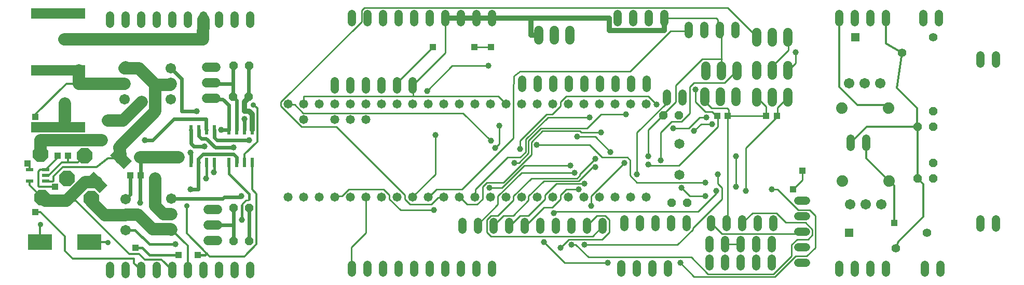
<source format=gbl>
G75*
%MOIN*%
%OFA0B0*%
%FSLAX25Y25*%
%IPPOS*%
%LPD*%
%AMOC8*
5,1,8,0,0,1.08239X$1,22.5*
%
%ADD10OC8,0.05200*%
%ADD11C,0.06000*%
%ADD12OC8,0.10000*%
%ADD13C,0.05800*%
%ADD14C,0.06750*%
%ADD15R,0.02100X0.06300*%
%ADD16C,0.06500*%
%ADD17C,0.05200*%
%ADD18R,0.15748X0.09843*%
%ADD19R,0.35000X0.07000*%
%ADD20R,0.05543X0.05543*%
%ADD21C,0.05543*%
%ADD22C,0.07400*%
%ADD23R,0.03937X0.04331*%
%ADD24R,0.07087X0.12598*%
%ADD25R,0.04724X0.02362*%
%ADD26C,0.02400*%
%ADD27C,0.03962*%
%ADD28C,0.01000*%
%ADD29C,0.01575*%
%ADD30C,0.03200*%
%ADD31C,0.03187*%
%ADD32C,0.00984*%
%ADD33R,0.03962X0.03962*%
%ADD34C,0.05000*%
%ADD35C,0.07874*%
%ADD36C,0.01200*%
%ADD37C,0.03569*%
%ADD38C,0.04000*%
%ADD39C,0.01600*%
D10*
X0251967Y0149681D03*
X0261967Y0149681D03*
X0261967Y0171020D03*
X0251967Y0171020D03*
X0251573Y0242634D03*
X0261573Y0242634D03*
X0261967Y0262594D03*
X0251967Y0262594D03*
X0528089Y0230665D03*
X0538089Y0230665D03*
X0533148Y0174209D03*
X0543148Y0174209D03*
X0691396Y0189799D03*
X0701396Y0189799D03*
X0701396Y0199799D03*
X0701396Y0223264D03*
X0691396Y0223264D03*
X0701396Y0233264D03*
D11*
X0607974Y0239366D02*
X0607974Y0245366D01*
X0597974Y0245366D02*
X0597974Y0239366D01*
X0587974Y0239366D02*
X0587974Y0245366D01*
X0574510Y0245681D02*
X0574510Y0239681D01*
X0564510Y0239681D02*
X0564510Y0245681D01*
X0554510Y0245681D02*
X0554510Y0239681D01*
X0555297Y0256374D02*
X0555297Y0262374D01*
X0565297Y0262374D02*
X0565297Y0256374D01*
X0575297Y0256374D02*
X0575297Y0262374D01*
X0587974Y0262453D02*
X0587974Y0256453D01*
X0597974Y0256453D02*
X0597974Y0262453D01*
X0607974Y0262453D02*
X0607974Y0256453D01*
X0608100Y0277835D02*
X0608100Y0283835D01*
X0598100Y0283835D02*
X0598100Y0277835D01*
X0588100Y0277835D02*
X0588100Y0283835D01*
X0468112Y0285382D02*
X0468112Y0279382D01*
X0458112Y0279382D02*
X0458112Y0285382D01*
X0448112Y0285382D02*
X0448112Y0279382D01*
X0240793Y0261650D02*
X0234793Y0261650D01*
X0234793Y0251650D02*
X0240793Y0251650D01*
X0240793Y0241650D02*
X0234793Y0241650D01*
X0235581Y0169988D02*
X0241581Y0169988D01*
X0241581Y0159988D02*
X0235581Y0159988D01*
X0235581Y0149988D02*
X0241581Y0149988D01*
D12*
X0160510Y0176807D03*
X0145116Y0189878D03*
X0129014Y0177516D03*
X0128069Y0205665D03*
X0156415Y0204484D03*
D13*
X0287100Y0177862D03*
X0297100Y0177862D03*
X0307100Y0177862D03*
X0317100Y0177862D03*
X0327100Y0177862D03*
X0337100Y0177862D03*
X0347100Y0177862D03*
X0357100Y0177862D03*
X0367100Y0177862D03*
X0377100Y0177862D03*
X0387100Y0177862D03*
X0397100Y0177862D03*
X0407100Y0177862D03*
X0417100Y0177862D03*
X0427100Y0177862D03*
X0437100Y0177862D03*
X0447100Y0177862D03*
X0457100Y0177862D03*
X0467100Y0177862D03*
X0477100Y0177862D03*
X0487100Y0177862D03*
X0497100Y0177862D03*
X0507100Y0177862D03*
X0517100Y0177862D03*
X0517100Y0237862D03*
X0507100Y0237862D03*
X0497100Y0237862D03*
X0487100Y0237862D03*
X0477100Y0237862D03*
X0467100Y0237862D03*
X0457100Y0237862D03*
X0447100Y0237862D03*
X0437100Y0237862D03*
X0427100Y0237862D03*
X0417100Y0237862D03*
X0407100Y0237862D03*
X0397100Y0237862D03*
X0387100Y0237862D03*
X0377100Y0237862D03*
X0367100Y0237862D03*
X0357100Y0237862D03*
X0347100Y0237862D03*
X0337100Y0237862D03*
X0327100Y0237862D03*
X0317100Y0237862D03*
X0307100Y0237862D03*
X0297100Y0237862D03*
X0287100Y0237862D03*
X0297100Y0227862D03*
X0317100Y0227862D03*
X0327100Y0227862D03*
X0337100Y0227862D03*
D14*
X0211793Y0240941D03*
X0211793Y0250941D03*
X0211793Y0260941D03*
X0181998Y0260862D03*
X0181998Y0250862D03*
X0181998Y0240862D03*
X0182675Y0176650D03*
X0182675Y0166650D03*
X0182675Y0156650D03*
X0212085Y0157043D03*
X0212085Y0167043D03*
X0212085Y0177043D03*
X0647852Y0173146D03*
X0657852Y0173146D03*
X0667852Y0173146D03*
X0667360Y0251394D03*
X0657360Y0251394D03*
X0647360Y0251394D03*
D15*
X0263955Y0221312D03*
X0258955Y0221312D03*
X0253955Y0221312D03*
X0248955Y0221312D03*
X0239545Y0221312D03*
X0234545Y0221312D03*
X0229545Y0221312D03*
X0224545Y0221312D03*
X0224545Y0200412D03*
X0229545Y0200412D03*
X0234545Y0200412D03*
X0239545Y0200412D03*
X0248955Y0200412D03*
X0253955Y0200412D03*
X0258955Y0200412D03*
X0263955Y0200412D03*
D16*
X0538435Y0192185D03*
X0538435Y0212185D03*
D17*
X0172557Y0133423D02*
X0172557Y0128223D01*
X0182557Y0128223D02*
X0182557Y0133423D01*
X0192557Y0133423D02*
X0192557Y0128223D01*
X0202557Y0128223D02*
X0202557Y0133423D01*
X0212557Y0133423D02*
X0212557Y0128223D01*
X0222557Y0128223D02*
X0222557Y0133423D01*
X0232557Y0133423D02*
X0232557Y0128223D01*
X0242557Y0128223D02*
X0242557Y0133423D01*
X0252557Y0133423D02*
X0252557Y0128223D01*
X0262557Y0128223D02*
X0262557Y0133423D01*
X0328069Y0134407D02*
X0328069Y0129207D01*
X0338069Y0129207D02*
X0338069Y0134407D01*
X0348069Y0134407D02*
X0348069Y0129207D01*
X0358069Y0129207D02*
X0358069Y0134407D01*
X0368069Y0134407D02*
X0368069Y0129207D01*
X0378069Y0129207D02*
X0378069Y0134407D01*
X0388069Y0134407D02*
X0388069Y0129207D01*
X0398069Y0129207D02*
X0398069Y0134407D01*
X0408069Y0134407D02*
X0408069Y0129207D01*
X0418069Y0129207D02*
X0418069Y0134407D01*
X0418935Y0156766D02*
X0418935Y0161966D01*
X0408935Y0161966D02*
X0408935Y0156766D01*
X0398935Y0156766D02*
X0398935Y0161966D01*
X0428935Y0161966D02*
X0428935Y0156766D01*
X0438935Y0156766D02*
X0438935Y0161966D01*
X0448935Y0161966D02*
X0448935Y0156766D01*
X0458935Y0156766D02*
X0458935Y0161966D01*
X0468935Y0161966D02*
X0468935Y0156766D01*
X0478935Y0156766D02*
X0478935Y0161966D01*
X0488935Y0161966D02*
X0488935Y0156766D01*
X0502872Y0158490D02*
X0502872Y0163690D01*
X0512872Y0163690D02*
X0512872Y0158490D01*
X0522872Y0158490D02*
X0522872Y0163690D01*
X0532872Y0163690D02*
X0532872Y0158490D01*
X0542872Y0158490D02*
X0542872Y0163690D01*
X0558667Y0163738D02*
X0558667Y0158538D01*
X0568667Y0158538D02*
X0568667Y0163738D01*
X0578667Y0163738D02*
X0578667Y0158538D01*
X0588667Y0158538D02*
X0588667Y0163738D01*
X0598667Y0163738D02*
X0598667Y0158538D01*
X0614563Y0155429D02*
X0619763Y0155429D01*
X0619763Y0145429D02*
X0614563Y0145429D01*
X0597793Y0144955D02*
X0597793Y0150155D01*
X0587793Y0150155D02*
X0587793Y0144955D01*
X0587793Y0138344D02*
X0587793Y0133144D01*
X0597793Y0133144D02*
X0597793Y0138344D01*
X0614563Y0135429D02*
X0619763Y0135429D01*
X0640963Y0134407D02*
X0640963Y0129207D01*
X0650963Y0129207D02*
X0650963Y0134407D01*
X0660963Y0134407D02*
X0660963Y0129207D01*
X0670963Y0129207D02*
X0670963Y0134407D01*
X0696081Y0134407D02*
X0696081Y0129207D01*
X0706081Y0129207D02*
X0706081Y0134407D01*
X0731514Y0158243D02*
X0731514Y0163443D01*
X0741514Y0163443D02*
X0741514Y0158243D01*
X0658344Y0210408D02*
X0658344Y0215608D01*
X0648344Y0215608D02*
X0648344Y0210408D01*
X0619763Y0175429D02*
X0614563Y0175429D01*
X0614563Y0165429D02*
X0619763Y0165429D01*
X0577793Y0150155D02*
X0577793Y0144955D01*
X0567793Y0144955D02*
X0567793Y0150155D01*
X0557793Y0150155D02*
X0557793Y0144955D01*
X0557793Y0138344D02*
X0557793Y0133144D01*
X0567793Y0133144D02*
X0567793Y0138344D01*
X0577793Y0138344D02*
X0577793Y0133144D01*
X0530938Y0134607D02*
X0530938Y0129407D01*
X0520938Y0129407D02*
X0520938Y0134607D01*
X0510938Y0134607D02*
X0510938Y0129407D01*
X0500938Y0129407D02*
X0500938Y0134607D01*
X0530234Y0239443D02*
X0530234Y0244643D01*
X0517203Y0248302D02*
X0517203Y0253502D01*
X0507203Y0253502D02*
X0507203Y0248302D01*
X0497203Y0248302D02*
X0497203Y0253502D01*
X0487203Y0253502D02*
X0487203Y0248302D01*
X0477203Y0248302D02*
X0477203Y0253502D01*
X0467203Y0253502D02*
X0467203Y0248302D01*
X0457203Y0248302D02*
X0457203Y0253502D01*
X0447203Y0253502D02*
X0447203Y0248302D01*
X0437203Y0248302D02*
X0437203Y0253502D01*
X0367065Y0252517D02*
X0367065Y0247317D01*
X0357065Y0247317D02*
X0357065Y0252517D01*
X0347065Y0252517D02*
X0347065Y0247317D01*
X0337065Y0247317D02*
X0337065Y0252517D01*
X0327065Y0252517D02*
X0327065Y0247317D01*
X0317065Y0247317D02*
X0317065Y0252517D01*
X0328069Y0290624D02*
X0328069Y0295824D01*
X0338069Y0295824D02*
X0338069Y0290624D01*
X0348069Y0290624D02*
X0348069Y0295824D01*
X0358069Y0295824D02*
X0358069Y0290624D01*
X0368069Y0290624D02*
X0368069Y0295824D01*
X0378069Y0295824D02*
X0378069Y0290624D01*
X0388069Y0290624D02*
X0388069Y0295824D01*
X0398069Y0295824D02*
X0398069Y0290624D01*
X0408069Y0290624D02*
X0408069Y0295824D01*
X0418069Y0295824D02*
X0418069Y0290624D01*
X0498738Y0290624D02*
X0498738Y0295824D01*
X0508738Y0295824D02*
X0508738Y0290624D01*
X0518738Y0290624D02*
X0518738Y0295824D01*
X0528738Y0295824D02*
X0528738Y0290624D01*
X0544211Y0288210D02*
X0544211Y0283010D01*
X0554211Y0283010D02*
X0554211Y0288210D01*
X0564211Y0288210D02*
X0564211Y0283010D01*
X0574211Y0283010D02*
X0574211Y0288210D01*
X0640963Y0290624D02*
X0640963Y0295824D01*
X0650963Y0295824D02*
X0650963Y0290624D01*
X0660963Y0290624D02*
X0660963Y0295824D01*
X0670963Y0295824D02*
X0670963Y0290624D01*
X0695077Y0290624D02*
X0695077Y0295824D01*
X0705077Y0295824D02*
X0705077Y0290624D01*
X0731494Y0269250D02*
X0731494Y0264050D01*
X0741494Y0264050D02*
X0741494Y0269250D01*
X0540234Y0244643D02*
X0540234Y0239443D01*
X0262557Y0289640D02*
X0262557Y0294840D01*
X0252557Y0294840D02*
X0252557Y0289640D01*
X0242557Y0289640D02*
X0242557Y0294840D01*
X0232557Y0294840D02*
X0232557Y0289640D01*
X0222557Y0289640D02*
X0222557Y0294840D01*
X0212557Y0294840D02*
X0212557Y0289640D01*
X0202557Y0289640D02*
X0202557Y0294840D01*
X0192557Y0294840D02*
X0192557Y0289640D01*
X0182557Y0289640D02*
X0182557Y0294840D01*
X0172557Y0294840D02*
X0172557Y0289640D01*
D18*
X0159156Y0148933D03*
X0127659Y0148933D03*
D19*
X0139439Y0222988D03*
X0139439Y0259602D03*
X0139439Y0296295D03*
D20*
X0647380Y0154858D03*
X0651317Y0280843D03*
D21*
X0681317Y0270843D03*
X0701317Y0280843D03*
X0697380Y0154858D03*
X0677380Y0144858D03*
D22*
X0673010Y0188402D03*
X0643010Y0188402D03*
X0642518Y0235154D03*
X0672518Y0235154D03*
D23*
X0600825Y0230232D03*
X0594132Y0230232D03*
X0569329Y0230232D03*
X0562636Y0230232D03*
X0192360Y0191846D03*
X0185667Y0191846D03*
X0145608Y0204642D03*
X0138915Y0204642D03*
D24*
G36*
X0157112Y0189392D02*
X0162123Y0194403D01*
X0171030Y0185496D01*
X0166019Y0180485D01*
X0157112Y0189392D01*
G37*
G36*
X0172702Y0204982D02*
X0177713Y0209993D01*
X0186620Y0201086D01*
X0181609Y0196075D01*
X0172702Y0204982D01*
G37*
D25*
X0131163Y0195587D03*
X0131163Y0191846D03*
X0131163Y0188106D03*
X0120880Y0188106D03*
X0120880Y0195587D03*
D26*
X0182675Y0176650D02*
X0185667Y0179642D01*
X0185667Y0191846D01*
X0191967Y0191453D02*
X0192360Y0191846D01*
X0192360Y0203264D01*
X0191967Y0203657D01*
X0194919Y0214484D02*
X0199841Y0214484D01*
X0213620Y0228264D01*
X0234289Y0228264D01*
X0234289Y0221568D01*
X0234545Y0221312D01*
X0229545Y0221312D02*
X0229545Y0217260D01*
X0231337Y0215469D01*
X0234289Y0215469D01*
X0240195Y0210055D01*
X0252006Y0210055D01*
X0252006Y0205626D02*
X0253974Y0203657D01*
X0253974Y0200432D01*
X0253955Y0200412D01*
X0253974Y0200393D01*
X0252006Y0205626D02*
X0232321Y0205626D01*
X0229368Y0202673D01*
X0229368Y0200235D01*
X0229545Y0200412D01*
X0229368Y0200235D02*
X0229368Y0182988D01*
X0224447Y0182988D01*
X0212124Y0177083D02*
X0212085Y0177043D01*
X0245077Y0177043D01*
X0246100Y0178067D01*
X0256435Y0178067D01*
X0256927Y0178559D01*
X0251967Y0171020D02*
X0251967Y0159366D01*
X0251344Y0159988D01*
X0238581Y0159988D01*
X0251967Y0159366D02*
X0251967Y0149681D01*
X0261967Y0149681D02*
X0261967Y0171020D01*
X0224545Y0200412D02*
X0224545Y0205528D01*
X0224447Y0206610D01*
X0226415Y0210547D02*
X0224545Y0212417D01*
X0224545Y0221312D01*
X0224447Y0221411D01*
X0239545Y0221312D02*
X0239545Y0216118D01*
X0241179Y0214484D01*
X0261848Y0214484D01*
X0258955Y0221312D02*
X0258955Y0228205D01*
X0258896Y0228264D01*
X0253955Y0221312D02*
X0253955Y0240252D01*
X0251573Y0242634D01*
X0251573Y0250902D01*
X0238541Y0250902D01*
X0237793Y0251650D01*
X0251573Y0250902D02*
X0251573Y0262201D01*
X0251967Y0262594D01*
X0261573Y0262201D02*
X0261967Y0262594D01*
X0261573Y0262201D02*
X0261573Y0242634D01*
X0248955Y0237220D02*
X0245116Y0241059D01*
X0238384Y0241059D01*
X0237793Y0241650D01*
X0248955Y0237220D02*
X0248955Y0221312D01*
X0244194Y0221312D01*
X0244132Y0221374D01*
X0233305Y0210547D02*
X0226415Y0210547D01*
X0191967Y0191453D02*
X0191967Y0174130D01*
X0218541Y0233185D02*
X0218541Y0254193D01*
X0211793Y0260941D01*
X0218541Y0233185D02*
X0228384Y0233185D01*
D27*
X0228384Y0233185D03*
X0244132Y0221374D03*
X0258896Y0228264D03*
X0261848Y0214484D03*
X0252006Y0210055D03*
X0233305Y0210547D03*
X0224447Y0206610D03*
X0216573Y0203657D03*
X0194919Y0214484D03*
X0191967Y0203657D03*
X0167360Y0214484D03*
X0171297Y0227280D03*
X0192951Y0239091D03*
X0143738Y0238106D03*
X0239211Y0193815D03*
X0234289Y0189878D03*
X0224447Y0182988D03*
X0201809Y0189878D03*
X0191967Y0174130D03*
X0214604Y0147555D03*
X0257419Y0163303D03*
X0256927Y0178559D03*
X0380632Y0169512D03*
X0416380Y0183811D03*
X0432467Y0199898D03*
X0436041Y0208835D03*
X0446766Y0211516D03*
X0472683Y0216878D03*
X0487876Y0219559D03*
X0480726Y0229390D03*
X0503963Y0231177D03*
X0523624Y0237433D03*
X0534348Y0222240D03*
X0547754Y0220453D03*
X0559372Y0224921D03*
X0555797Y0229390D03*
X0548648Y0247264D03*
X0612994Y0271394D03*
X0574565Y0204366D03*
X0562947Y0192748D03*
X0554904Y0187386D03*
X0539711Y0183811D03*
X0554904Y0178449D03*
X0562053Y0182024D03*
X0574565Y0184705D03*
X0580821Y0182024D03*
X0597801Y0182917D03*
X0526305Y0201685D03*
X0518262Y0199004D03*
X0518262Y0204366D03*
X0503069Y0199898D03*
X0511112Y0192748D03*
X0494132Y0207047D03*
X0484301Y0202579D03*
X0484301Y0197217D03*
X0470896Y0193642D03*
X0468215Y0198110D03*
X0477152Y0186492D03*
X0473577Y0182917D03*
X0481620Y0172193D03*
X0457490Y0167724D03*
X0451234Y0148957D03*
X0461959Y0145382D03*
X0469108Y0147169D03*
X0477152Y0147169D03*
X0492238Y0135551D03*
X0538817Y0135551D03*
X0419955Y0209728D03*
X0417274Y0214197D03*
X0422636Y0224028D03*
X0381526Y0217772D03*
X0376163Y0246370D03*
X0415486Y0262457D03*
D28*
X0392250Y0262457D01*
X0376163Y0246370D01*
X0399400Y0232071D02*
X0417274Y0214197D01*
X0419955Y0209728D02*
X0422636Y0212409D01*
X0422636Y0224028D01*
X0431573Y0215984D02*
X0398506Y0182917D01*
X0382419Y0182917D01*
X0377951Y0178449D01*
X0377100Y0177862D01*
X0378844Y0173087D02*
X0365439Y0173087D01*
X0361864Y0176661D01*
X0361864Y0179343D01*
X0318073Y0223134D01*
X0295730Y0223134D01*
X0282325Y0236539D01*
X0282325Y0239220D01*
X0334159Y0291055D01*
X0334159Y0298205D01*
X0335947Y0299992D01*
X0569203Y0299992D01*
X0587970Y0281224D01*
X0588100Y0280835D01*
X0612994Y0271394D02*
X0612994Y0264244D01*
X0608526Y0259776D01*
X0607974Y0259453D01*
X0575297Y0259374D02*
X0574565Y0258882D01*
X0567415Y0251732D01*
X0547754Y0251732D01*
X0545073Y0249051D01*
X0545073Y0232071D01*
X0539711Y0226709D01*
X0533455Y0226709D01*
X0526305Y0219559D01*
X0526305Y0201685D01*
X0519156Y0198110D02*
X0518262Y0199004D01*
X0519156Y0198110D02*
X0537923Y0198110D01*
X0562947Y0223134D01*
X0562947Y0229390D01*
X0562636Y0230232D01*
X0562053Y0230283D01*
X0559372Y0232965D01*
X0554904Y0232965D01*
X0548648Y0239220D01*
X0548648Y0247264D01*
X0536136Y0249945D02*
X0553116Y0266925D01*
X0565297Y0266925D01*
X0565628Y0266925D01*
X0536136Y0249945D02*
X0536136Y0239220D01*
X0528093Y0231177D01*
X0528089Y0230665D01*
X0527199Y0230283D01*
X0518262Y0221346D01*
X0518262Y0204366D01*
X0506644Y0201685D02*
X0504856Y0203472D01*
X0488770Y0203472D01*
X0480726Y0211516D01*
X0446766Y0211516D01*
X0443191Y0213303D02*
X0443191Y0205260D01*
X0425317Y0187386D01*
X0414593Y0187386D01*
X0411911Y0184705D01*
X0411911Y0176661D01*
X0408337Y0173087D01*
X0402081Y0173087D01*
X0397612Y0177555D01*
X0397100Y0177862D01*
X0387100Y0177862D02*
X0386888Y0177555D01*
X0383313Y0177555D01*
X0378844Y0173087D01*
X0380632Y0169512D02*
X0359183Y0169512D01*
X0352033Y0176661D01*
X0352033Y0179343D01*
X0348459Y0182917D01*
X0326116Y0182917D01*
X0321648Y0178449D01*
X0317179Y0178449D01*
X0317100Y0177862D01*
X0367100Y0177862D02*
X0367226Y0178449D01*
X0381526Y0192748D01*
X0381526Y0217772D01*
X0399400Y0232071D02*
X0296624Y0232071D01*
X0291262Y0237433D01*
X0287687Y0237433D01*
X0287100Y0237862D01*
X0407443Y0182917D02*
X0407443Y0178449D01*
X0407100Y0177862D01*
X0407443Y0182917D02*
X0427998Y0203472D01*
X0436041Y0203472D01*
X0439616Y0207047D01*
X0439616Y0215091D01*
X0453915Y0229390D01*
X0480726Y0229390D01*
X0478939Y0222240D02*
X0487876Y0231177D01*
X0503963Y0231177D01*
X0518262Y0242795D02*
X0523624Y0237433D01*
X0529880Y0238327D02*
X0529880Y0241902D01*
X0530234Y0242043D01*
X0529880Y0238327D02*
X0511112Y0219559D01*
X0511112Y0192748D01*
X0506644Y0191854D02*
X0511112Y0187386D01*
X0554904Y0187386D01*
X0562947Y0186492D02*
X0562947Y0192748D01*
X0562947Y0186492D02*
X0565628Y0183811D01*
X0565628Y0176661D01*
X0546860Y0157894D01*
X0546860Y0157000D01*
X0537030Y0147169D01*
X0477152Y0147169D01*
X0471789Y0147169D02*
X0479833Y0139126D01*
X0545967Y0139126D01*
X0556691Y0128402D01*
X0598695Y0128402D01*
X0610313Y0140020D01*
X0610313Y0147169D01*
X0613888Y0150744D01*
X0621037Y0150744D01*
X0623719Y0153425D01*
X0623719Y0157000D01*
X0619250Y0161469D01*
X0606738Y0161469D01*
X0600482Y0167724D01*
X0585289Y0167724D01*
X0579033Y0161469D01*
X0578667Y0161138D01*
X0569203Y0161469D02*
X0568667Y0161138D01*
X0569203Y0161469D02*
X0569203Y0229390D01*
X0569329Y0230232D01*
X0555797Y0229390D02*
X0551329Y0229390D01*
X0544179Y0222240D01*
X0534348Y0222240D01*
X0547754Y0220453D02*
X0552222Y0224921D01*
X0559372Y0224921D01*
X0580821Y0209728D02*
X0600482Y0229390D01*
X0600825Y0230232D01*
X0601376Y0230283D01*
X0601376Y0235646D01*
X0607632Y0241902D01*
X0607974Y0242366D01*
X0580821Y0209728D02*
X0580821Y0182024D01*
X0574565Y0184705D02*
X0574565Y0204366D01*
X0545073Y0178449D02*
X0539711Y0183811D01*
X0545073Y0178449D02*
X0554904Y0178449D01*
X0562053Y0180236D02*
X0550435Y0168618D01*
X0458384Y0168618D01*
X0457490Y0167724D01*
X0456596Y0171299D02*
X0451234Y0171299D01*
X0439616Y0159681D01*
X0438935Y0159366D01*
X0441404Y0165937D02*
X0436041Y0165937D01*
X0429785Y0159681D01*
X0428935Y0159366D01*
X0425317Y0165937D02*
X0419061Y0159681D01*
X0418935Y0159366D01*
X0414593Y0163256D02*
X0414593Y0155213D01*
X0417274Y0152531D01*
X0482514Y0152531D01*
X0488770Y0158787D01*
X0488935Y0159366D01*
X0493238Y0163256D02*
X0493238Y0155213D01*
X0488770Y0150744D01*
X0467321Y0150744D01*
X0461959Y0145382D01*
X0469108Y0147169D02*
X0471789Y0147169D01*
X0464640Y0135551D02*
X0451234Y0148957D01*
X0464640Y0135551D02*
X0492238Y0135551D01*
X0538817Y0135551D02*
X0547754Y0126614D01*
X0599589Y0126614D01*
X0612994Y0140020D01*
X0620144Y0140020D01*
X0625506Y0145382D01*
X0625506Y0165937D01*
X0621931Y0169512D01*
X0614781Y0169512D01*
X0601376Y0182917D01*
X0597801Y0182917D01*
X0562053Y0182024D02*
X0562053Y0180236D01*
X0558667Y0161138D02*
X0559372Y0160575D01*
X0565628Y0154319D01*
X0615675Y0154319D01*
X0616569Y0155213D01*
X0617163Y0155429D01*
X0506644Y0191854D02*
X0506644Y0201685D01*
X0503069Y0199898D02*
X0481620Y0178449D01*
X0481620Y0172193D01*
X0485195Y0165937D02*
X0478939Y0159681D01*
X0478935Y0159366D01*
X0485195Y0165937D02*
X0490557Y0165937D01*
X0493238Y0163256D01*
X0465533Y0182917D02*
X0461959Y0179343D01*
X0461959Y0176661D01*
X0456596Y0171299D01*
X0452128Y0176661D02*
X0441404Y0165937D01*
X0431573Y0165937D02*
X0441404Y0175768D01*
X0441404Y0178449D01*
X0451234Y0188280D01*
X0473577Y0188280D01*
X0482514Y0197217D01*
X0484301Y0197217D01*
X0484301Y0202579D02*
X0474470Y0192748D01*
X0474470Y0191854D01*
X0472683Y0190067D01*
X0443191Y0190067D01*
X0431573Y0178449D01*
X0431573Y0175768D01*
X0421742Y0165937D01*
X0417274Y0165937D01*
X0414593Y0163256D01*
X0408935Y0159366D02*
X0408337Y0159681D01*
X0421742Y0173087D01*
X0421742Y0178449D01*
X0436935Y0193642D01*
X0470896Y0193642D01*
X0468215Y0198110D02*
X0438722Y0198110D01*
X0424423Y0183811D01*
X0416380Y0183811D01*
X0432467Y0199898D02*
X0435148Y0199898D01*
X0441404Y0206154D01*
X0441404Y0214197D01*
X0449447Y0222240D01*
X0478939Y0222240D01*
X0475364Y0219559D02*
X0474470Y0220453D01*
X0450341Y0220453D01*
X0443191Y0213303D01*
X0436041Y0214197D02*
X0436041Y0208835D01*
X0436041Y0214197D02*
X0453022Y0231177D01*
X0456596Y0231177D01*
X0461959Y0236539D01*
X0461959Y0239220D01*
X0465533Y0242795D01*
X0518262Y0242795D01*
X0506644Y0258882D02*
X0444978Y0258882D01*
X0436061Y0258776D01*
X0432124Y0255823D01*
X0431573Y0245476D01*
X0431573Y0215984D01*
X0472683Y0216878D02*
X0484301Y0216878D01*
X0494132Y0207047D01*
X0487876Y0219559D02*
X0475364Y0219559D01*
X0477152Y0186492D02*
X0459278Y0186492D01*
X0452128Y0179343D01*
X0452128Y0176661D01*
X0465533Y0182917D02*
X0473577Y0182917D01*
X0431573Y0165937D02*
X0425317Y0165937D01*
X0261848Y0176591D02*
X0261762Y0175972D01*
X0259974Y0175972D01*
X0257293Y0173291D01*
X0257419Y0172654D01*
X0506644Y0258882D02*
X0532561Y0284799D01*
X0544179Y0284799D01*
X0544211Y0285610D01*
D29*
X0261848Y0180035D02*
X0261848Y0176591D01*
X0261848Y0180035D02*
X0249053Y0192831D01*
X0249053Y0200314D01*
X0248955Y0200412D01*
X0239545Y0200412D02*
X0239545Y0194150D01*
X0239211Y0193815D01*
X0234545Y0190134D02*
X0234289Y0189878D01*
X0234545Y0190134D02*
X0234545Y0200412D01*
X0257419Y0172654D02*
X0257419Y0163303D01*
X0214604Y0147555D02*
X0197872Y0147555D01*
X0188778Y0156650D01*
X0182675Y0156650D01*
D30*
X0263817Y0221450D02*
X0263955Y0221312D01*
X0263817Y0221450D02*
X0263817Y0231217D01*
X0261848Y0233185D01*
X0258896Y0233185D01*
X0258896Y0239091D01*
X0261573Y0241768D01*
X0261573Y0242634D01*
X0418069Y0293224D02*
X0442951Y0293224D01*
X0442951Y0282382D01*
X0448112Y0282382D01*
X0442951Y0293224D02*
X0493148Y0293224D01*
X0493148Y0285350D01*
X0528738Y0285350D01*
X0528738Y0293224D01*
D31*
X0418069Y0293224D02*
X0408069Y0293224D01*
X0398069Y0293224D01*
X0388069Y0293224D01*
D32*
X0388069Y0270921D01*
X0367065Y0249917D01*
X0367163Y0249819D01*
X0367163Y0243028D01*
X0421935Y0243028D01*
X0427100Y0237862D01*
X0367163Y0243028D02*
X0297281Y0243028D01*
X0297100Y0242846D01*
X0297100Y0237862D01*
X0357065Y0249917D02*
X0357065Y0251630D01*
X0379959Y0274524D01*
X0406533Y0274524D02*
X0417360Y0274524D01*
X0528738Y0293224D02*
X0562045Y0293224D01*
X0563030Y0292240D01*
X0563030Y0286791D01*
X0564211Y0285610D01*
X0565297Y0284524D01*
X0565297Y0266925D01*
X0565297Y0259374D01*
X0597974Y0259453D02*
X0597974Y0262224D01*
X0608305Y0272555D01*
X0608305Y0280130D01*
X0608100Y0280835D01*
X0587974Y0242366D02*
X0594132Y0236209D01*
X0594132Y0230232D01*
X0569329Y0230232D01*
X0569919Y0230823D01*
X0569919Y0234169D01*
X0568935Y0235154D01*
X0559093Y0235154D01*
X0554510Y0239736D01*
X0554510Y0242681D01*
X0617163Y0194799D02*
X0617163Y0188894D01*
X0611258Y0182988D01*
X0577793Y0147555D02*
X0567793Y0147555D01*
X0337100Y0154894D02*
X0327793Y0145587D01*
X0327793Y0132083D01*
X0328069Y0131807D01*
X0337100Y0154894D02*
X0337100Y0177862D01*
D33*
X0228876Y0140665D03*
X0216573Y0140665D03*
X0189014Y0145094D03*
X0124545Y0168224D03*
X0137341Y0184465D03*
X0119624Y0199720D03*
X0124545Y0229740D03*
X0143246Y0279445D03*
X0379959Y0274524D03*
X0406533Y0274524D03*
X0417360Y0274524D03*
X0617163Y0194799D03*
X0611258Y0182988D03*
X0676219Y0161335D03*
D34*
X0153581Y0258776D02*
X0152754Y0259602D01*
X0139439Y0259602D01*
D35*
X0152754Y0259602D02*
X0152754Y0250862D01*
X0181998Y0250862D01*
X0191356Y0260862D02*
X0201809Y0250409D01*
X0211262Y0250409D01*
X0211793Y0250941D01*
X0201809Y0250409D02*
X0201809Y0233185D01*
X0178677Y0210053D01*
X0179661Y0203034D01*
X0191967Y0203657D02*
X0216573Y0203657D01*
X0201809Y0189878D02*
X0201809Y0172161D01*
X0206927Y0167043D01*
X0212085Y0167043D01*
X0211730Y0157398D02*
X0199841Y0157398D01*
X0190589Y0166650D01*
X0182675Y0166650D01*
X0182281Y0166256D01*
X0169329Y0166256D01*
X0160510Y0175075D01*
X0160510Y0176807D01*
X0156560Y0187444D02*
X0144722Y0175606D01*
X0130923Y0175606D01*
X0129014Y0177516D01*
X0129565Y0178067D01*
X0156560Y0187444D02*
X0164071Y0187444D01*
X0128069Y0205665D02*
X0128069Y0212516D01*
X0127990Y0212516D01*
X0127990Y0214484D01*
X0167360Y0214484D01*
X0171297Y0227280D02*
X0181140Y0227280D01*
X0192951Y0239091D01*
X0143738Y0238106D02*
X0143738Y0227287D01*
X0181998Y0260862D02*
X0191356Y0260862D01*
X0182557Y0261421D02*
X0181998Y0260862D01*
X0143246Y0279445D02*
X0232321Y0279445D01*
X0232557Y0292240D01*
X0211730Y0157398D02*
X0212085Y0157043D01*
D36*
X0222557Y0146571D01*
X0222557Y0130823D01*
X0212557Y0130823D02*
X0205667Y0137713D01*
X0194919Y0137713D01*
X0191474Y0141157D01*
X0185077Y0141157D01*
X0150628Y0175606D01*
X0144722Y0175606D01*
X0129014Y0177516D02*
X0120880Y0185650D01*
X0120880Y0188106D01*
X0126514Y0184957D02*
X0127006Y0184465D01*
X0137341Y0184465D01*
X0135864Y0187909D02*
X0131360Y0187909D01*
X0131163Y0188106D01*
X0131163Y0191846D02*
X0133404Y0191846D01*
X0141770Y0200213D01*
X0145215Y0200213D01*
X0145608Y0200606D01*
X0145608Y0204642D01*
X0138915Y0204642D02*
X0138915Y0203339D01*
X0131163Y0195587D01*
X0127793Y0195587D01*
X0126514Y0194307D01*
X0126514Y0184957D01*
X0135864Y0187909D02*
X0136356Y0188402D01*
X0136356Y0191354D01*
X0142262Y0197260D01*
X0163915Y0197260D01*
X0171166Y0203034D01*
X0179661Y0203034D01*
X0156415Y0204484D02*
X0152144Y0200213D01*
X0145215Y0200213D01*
X0120880Y0198465D02*
X0120880Y0195587D01*
X0120880Y0198465D02*
X0119624Y0199720D01*
X0124545Y0229740D02*
X0124545Y0231217D01*
X0144722Y0250902D01*
X0152715Y0250902D01*
X0152754Y0250862D01*
X0264801Y0237122D02*
X0267262Y0235154D01*
X0267262Y0213500D01*
X0258955Y0205685D01*
X0258955Y0200412D01*
X0263955Y0200412D02*
X0263955Y0182850D01*
X0266770Y0180035D01*
X0266770Y0147555D01*
X0258896Y0139681D01*
X0236750Y0139681D01*
X0234781Y0141650D01*
X0221986Y0154445D01*
X0221986Y0172161D01*
X0171297Y0148539D02*
X0170904Y0148933D01*
X0159156Y0148933D01*
X0148659Y0138205D02*
X0143738Y0143126D01*
X0143738Y0152476D01*
X0127990Y0168224D01*
X0124545Y0168224D01*
X0127990Y0160350D02*
X0127659Y0160020D01*
X0127659Y0148933D01*
X0148659Y0138205D02*
X0188030Y0138205D01*
X0188030Y0135350D01*
X0192557Y0130823D01*
X0640963Y0248756D02*
X0652596Y0237122D01*
X0670549Y0237122D01*
X0672518Y0235154D01*
X0677872Y0248264D02*
X0690982Y0235154D01*
X0690982Y0223677D01*
X0691396Y0223264D01*
X0658600Y0223264D01*
X0648344Y0213008D01*
X0658344Y0213008D02*
X0658344Y0203067D01*
X0673010Y0188402D01*
X0676219Y0185193D01*
X0676219Y0161335D01*
X0678856Y0149209D02*
X0694919Y0165272D01*
X0694919Y0186276D01*
X0691396Y0189799D01*
X0691396Y0223264D01*
X0677872Y0248264D02*
X0681317Y0270843D01*
X0670963Y0276768D01*
X0670963Y0293224D01*
X0640963Y0293224D02*
X0640963Y0248756D01*
X0678856Y0149209D02*
X0677380Y0144858D01*
D37*
X0264801Y0237122D03*
X0221986Y0172161D03*
X0171297Y0148539D03*
X0127990Y0160350D03*
D38*
X0139439Y0222988D02*
X0143738Y0227287D01*
D39*
X0189014Y0145094D02*
X0193443Y0145094D01*
X0197872Y0140665D01*
X0216573Y0140665D01*
X0228876Y0140665D02*
X0233797Y0140665D01*
X0234781Y0141650D01*
M02*

</source>
